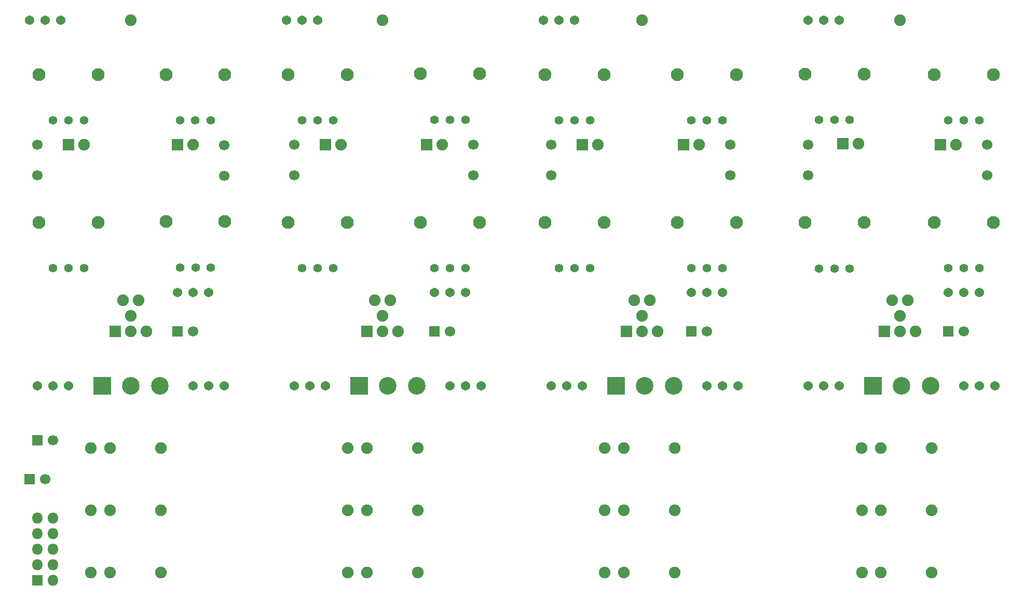
<source format=gts>
G04 #@! TF.GenerationSoftware,KiCad,Pcbnew,(5.1.6-0-10_14)*
G04 #@! TF.CreationDate,2022-01-03T23:35:25+00:00*
G04 #@! TF.ProjectId,Quad Tube VCA,51756164-2054-4756-9265-205643412e6b,rev?*
G04 #@! TF.SameCoordinates,Original*
G04 #@! TF.FileFunction,Soldermask,Top*
G04 #@! TF.FilePolarity,Negative*
%FSLAX46Y46*%
G04 Gerber Fmt 4.6, Leading zero omitted, Abs format (unit mm)*
G04 Created by KiCad (PCBNEW (5.1.6-0-10_14)) date 2022-01-03 23:35:25*
%MOMM*%
%LPD*%
G01*
G04 APERTURE LIST*
%ADD10C,1.700000*%
%ADD11R,1.700000X1.700000*%
%ADD12C,1.900000*%
%ADD13R,1.900000X1.900000*%
%ADD14C,2.875000*%
%ADD15R,2.875000X2.875000*%
%ADD16C,2.100000*%
%ADD17C,1.400000*%
%ADD18C,1.540000*%
%ADD19O,1.800000X1.800000*%
%ADD20R,1.800000X1.800000*%
G04 APERTURE END LIST*
D10*
X220940000Y-99060000D03*
D11*
X218440000Y-99060000D03*
D10*
X179030000Y-99060000D03*
D11*
X176530000Y-99060000D03*
D10*
X137120000Y-99060000D03*
D11*
X134620000Y-99060000D03*
D10*
X95210000Y-99060000D03*
D11*
X92710000Y-99060000D03*
D10*
X72350000Y-116840000D03*
D11*
X69850000Y-116840000D03*
D10*
X71080000Y-123190000D03*
D11*
X68580000Y-123190000D03*
D12*
X126153333Y-48260000D03*
X126153333Y-96520000D03*
X124883333Y-93980000D03*
X127423333Y-93980000D03*
X128693333Y-99060000D03*
X126153333Y-99060000D03*
D13*
X123613333Y-99060000D03*
D12*
X85090000Y-48260000D03*
X85090000Y-96520000D03*
X83820000Y-93980000D03*
X86360000Y-93980000D03*
X87630000Y-99060000D03*
X85090000Y-99060000D03*
D13*
X82550000Y-99060000D03*
D12*
X210550000Y-48260000D03*
X210550000Y-96520000D03*
X209280000Y-93980000D03*
X211820000Y-93980000D03*
X213090000Y-99060000D03*
X210550000Y-99060000D03*
D13*
X208010000Y-99060000D03*
D12*
X168486666Y-48260000D03*
X168486666Y-96520000D03*
X167216666Y-93980000D03*
X169756666Y-93980000D03*
X171026666Y-99060000D03*
X168486666Y-99060000D03*
D13*
X165946666Y-99060000D03*
D14*
X215520000Y-107950000D03*
X210820000Y-107950000D03*
D15*
X206120000Y-107950000D03*
D14*
X173610000Y-107950000D03*
X168910000Y-107950000D03*
D15*
X164210000Y-107950000D03*
D14*
X131700000Y-107950000D03*
X127000000Y-107950000D03*
D15*
X122300000Y-107950000D03*
D14*
X89790000Y-107950000D03*
X85090000Y-107950000D03*
D15*
X80390000Y-107950000D03*
D16*
X204680000Y-57070000D03*
X195080000Y-57070000D03*
D17*
X202380000Y-64570000D03*
X199880000Y-64570000D03*
X197380000Y-64570000D03*
D16*
X162280000Y-57150000D03*
X152680000Y-57150000D03*
D17*
X159980000Y-64650000D03*
X157480000Y-64650000D03*
X154980000Y-64650000D03*
D16*
X120370000Y-57150000D03*
X110770000Y-57150000D03*
D17*
X118070000Y-64650000D03*
X115570000Y-64650000D03*
X113070000Y-64650000D03*
D16*
X79730000Y-57150000D03*
X70130000Y-57150000D03*
D17*
X77430000Y-64650000D03*
X74930000Y-64650000D03*
X72430000Y-64650000D03*
D16*
X204680000Y-81320000D03*
X195080000Y-81320000D03*
D17*
X202380000Y-88820000D03*
X199880000Y-88820000D03*
X197380000Y-88820000D03*
D16*
X162280000Y-81280000D03*
X152680000Y-81280000D03*
D17*
X159980000Y-88780000D03*
X157480000Y-88780000D03*
X154980000Y-88780000D03*
D16*
X120370000Y-81280000D03*
X110770000Y-81280000D03*
D17*
X118070000Y-88780000D03*
X115570000Y-88780000D03*
X113070000Y-88780000D03*
D16*
X79730000Y-81280000D03*
X70130000Y-81280000D03*
D17*
X77430000Y-88780000D03*
X74930000Y-88780000D03*
X72430000Y-88780000D03*
D16*
X225780000Y-57150000D03*
X216180000Y-57150000D03*
D17*
X223480000Y-64650000D03*
X220980000Y-64650000D03*
X218480000Y-64650000D03*
D16*
X183870000Y-57150000D03*
X174270000Y-57150000D03*
D17*
X181570000Y-64650000D03*
X179070000Y-64650000D03*
X176570000Y-64650000D03*
D16*
X141960000Y-57030000D03*
X132360000Y-57030000D03*
D17*
X139660000Y-64530000D03*
X137160000Y-64530000D03*
X134660000Y-64530000D03*
D16*
X100410000Y-57130000D03*
X90810000Y-57130000D03*
D17*
X98110000Y-64630000D03*
X95610000Y-64630000D03*
X93110000Y-64630000D03*
D16*
X225780000Y-81280000D03*
X216180000Y-81280000D03*
D17*
X223480000Y-88780000D03*
X220980000Y-88780000D03*
X218480000Y-88780000D03*
D16*
X183870000Y-81280000D03*
X174270000Y-81280000D03*
D17*
X181570000Y-88780000D03*
X179070000Y-88780000D03*
X176570000Y-88780000D03*
D16*
X141960000Y-81280000D03*
X132360000Y-81280000D03*
D17*
X139660000Y-88780000D03*
X137160000Y-88780000D03*
X134660000Y-88780000D03*
D16*
X100431000Y-81153000D03*
X90831000Y-81153000D03*
D17*
X98131000Y-88653000D03*
X95631000Y-88653000D03*
X93131000Y-88653000D03*
D12*
X215770000Y-138430000D03*
X204370000Y-138430000D03*
X207470000Y-138430000D03*
X173830000Y-138430000D03*
X162430000Y-138430000D03*
X165530000Y-138430000D03*
X131920000Y-138430000D03*
X120520000Y-138430000D03*
X123620000Y-138430000D03*
X90010000Y-138430000D03*
X78610000Y-138430000D03*
X81710000Y-138430000D03*
X215740000Y-118110000D03*
X204340000Y-118110000D03*
X207440000Y-118110000D03*
X173830000Y-118110000D03*
X162430000Y-118110000D03*
X165530000Y-118110000D03*
X131920000Y-118110000D03*
X120520000Y-118110000D03*
X123620000Y-118110000D03*
X90010000Y-118110000D03*
X78610000Y-118110000D03*
X81710000Y-118110000D03*
X215770000Y-128270000D03*
X204370000Y-128270000D03*
X207470000Y-128270000D03*
X173830000Y-128270000D03*
X162430000Y-128270000D03*
X165530000Y-128270000D03*
X131920000Y-128270000D03*
X120520000Y-128270000D03*
X123620000Y-128270000D03*
X90010000Y-128270000D03*
X78610000Y-128270000D03*
X81710000Y-128270000D03*
D18*
X195580000Y-48260000D03*
X198120000Y-48260000D03*
X200660000Y-48260000D03*
X152400000Y-48260000D03*
X154940000Y-48260000D03*
X157480000Y-48260000D03*
X110490000Y-48260000D03*
X113030000Y-48260000D03*
X115570000Y-48260000D03*
X68580000Y-48260000D03*
X71120000Y-48260000D03*
X73660000Y-48260000D03*
X220980000Y-107950000D03*
X223520000Y-107950000D03*
X226060000Y-107950000D03*
X179070000Y-107950000D03*
X181610000Y-107950000D03*
X184150000Y-107950000D03*
X137160000Y-107950000D03*
X139700000Y-107950000D03*
X142240000Y-107950000D03*
X95250000Y-107950000D03*
X97790000Y-107950000D03*
X100330000Y-107950000D03*
X218440000Y-92710000D03*
X220980000Y-92710000D03*
X223520000Y-92710000D03*
X176530000Y-92710000D03*
X179070000Y-92710000D03*
X181610000Y-92710000D03*
X134620000Y-92710000D03*
X137160000Y-92710000D03*
X139700000Y-92710000D03*
X92710000Y-92710000D03*
X95250000Y-92710000D03*
X97790000Y-92710000D03*
X195580000Y-107950000D03*
X198120000Y-107950000D03*
X200660000Y-107950000D03*
X153670000Y-107950000D03*
X156210000Y-107950000D03*
X158750000Y-107950000D03*
X111760000Y-107950000D03*
X114300000Y-107950000D03*
X116840000Y-107950000D03*
X69850000Y-107950000D03*
X72390000Y-107950000D03*
X74930000Y-107950000D03*
D19*
X72390000Y-129540000D03*
X69850000Y-129540000D03*
X72390000Y-132080000D03*
X69850000Y-132080000D03*
X72390000Y-134620000D03*
X69850000Y-134620000D03*
X72390000Y-137160000D03*
X69850000Y-137160000D03*
X72390000Y-139700000D03*
D20*
X69850000Y-139700000D03*
D12*
X219710000Y-68580000D03*
D13*
X217170000Y-68580000D03*
D12*
X203790000Y-68460000D03*
D13*
X201250000Y-68460000D03*
D12*
X177800000Y-68580000D03*
D13*
X175260000Y-68580000D03*
D12*
X161290000Y-68580000D03*
D13*
X158750000Y-68580000D03*
D12*
X135890000Y-68580000D03*
D13*
X133350000Y-68580000D03*
D12*
X119380000Y-68580000D03*
D13*
X116840000Y-68580000D03*
D12*
X95250000Y-68580000D03*
D13*
X92710000Y-68580000D03*
D12*
X77470000Y-68580000D03*
D13*
X74930000Y-68580000D03*
D10*
X224790000Y-73580000D03*
X224790000Y-68580000D03*
X195580000Y-73580000D03*
X195580000Y-68580000D03*
X182880000Y-73580000D03*
X182880000Y-68580000D03*
X153670000Y-73580000D03*
X153670000Y-68580000D03*
X140970000Y-73580000D03*
X140970000Y-68580000D03*
X111760000Y-73580000D03*
X111760000Y-68580000D03*
X100330000Y-68660000D03*
X100330000Y-73660000D03*
X69850000Y-73580000D03*
X69850000Y-68580000D03*
M02*

</source>
